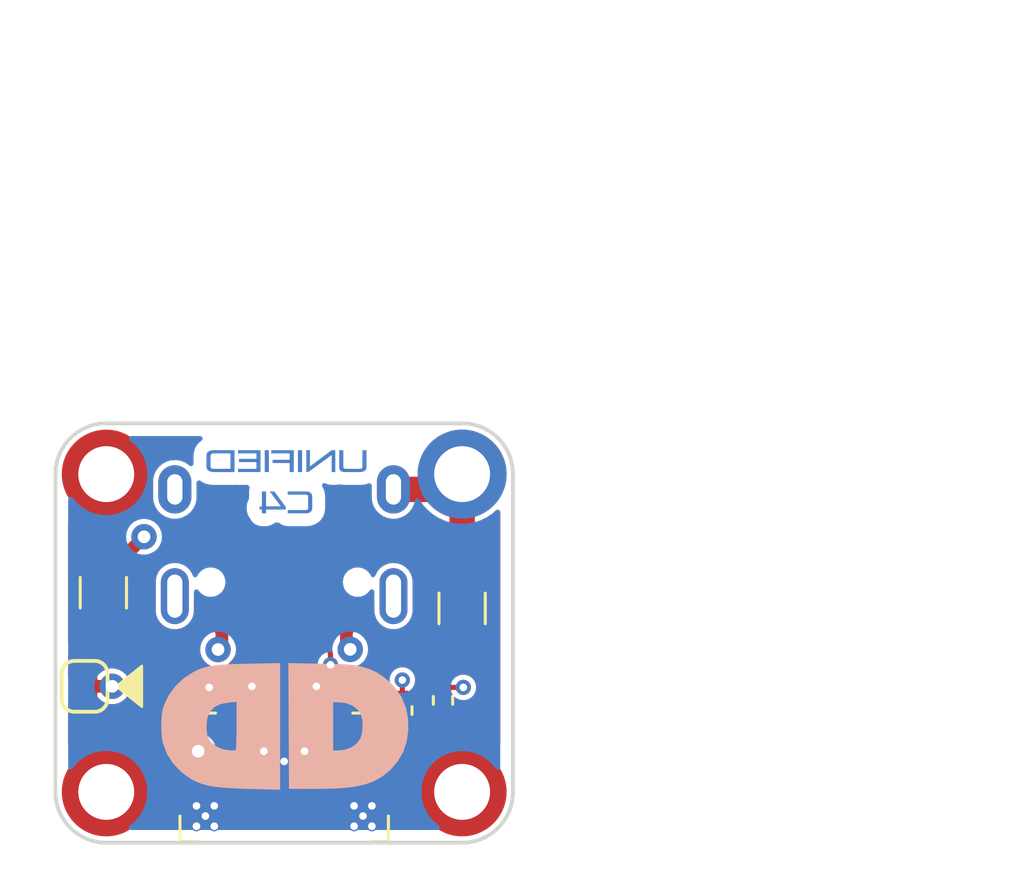
<source format=kicad_pcb>
(kicad_pcb (version 20211014) (generator pcbnew)
  (title_block (title "Unified Daughterboard") (date "2022-10-31") (rev "C4-RC1") (company "Designed by the UDB team"))
  (layers (0 "F.Cu" signal) (1 "In1.Cu" signal) (2 "In2.Cu" signal) (31 "B.Cu" signal) (34 "B.Paste" user) (35 "F.Paste" user) (36 "B.SilkS" user "B.Silkscreen") (37 "F.SilkS" user "F.Silkscreen") (38 "B.Mask" user) (39 "F.Mask" user) (44 "Edge.Cuts" user))
  (net 0 "")
  (net 1 "GND")
  (net 2 "GNDPWR")
  (net 4 "Net-(J1-PadA5)")
  (net 5 "DP")
  (net 6 "Net-(J1-PadB5)")
  (net 8 "DN")
  (net 9 "VBUS")
  (net 10 "VCOM")
  (footprint "Fuse:Fuse_1206_3216Metric" (layer "F.Cu") (at 67.8905 63.207 -90)
    (fp_text reference "F1" hide)
    (fp_text value "ASMD1206-150")
    (fp_line (start -0.602064 -0.91) (end 0.602064 -0.91) (layer "F.SilkS") (width 0.12))
    (fp_line (start -0.602064 0.91) (end 0.602064 0.91) (layer "F.SilkS") (width 0.12))
    (pad "1" smd roundrect locked (at -1.4 0 270) (size 1.25 1.75) (layers "F.Cu" "F.Paste" "F.Mask") (roundrect_rratio 0.2) (net 9 "VBUS"))
    (pad "2" smd roundrect locked (at 1.4 0 270) (size 1.25 1.75) (layers "F.Cu" "F.Paste" "F.Mask") (roundrect_rratio 0.2) (net 10 "VCOM"))
  )
  (footprint "random-keyboard-parts:Generic-Mounthole" (layer "F.Cu") (at 68.0045 71.043)
    (fp_text reference "MH3" hide)
    (fp_text value "Mount-M2" hide)
    (pad "" np_thru_hole circle locked (at 0 0) (size 3.500001 3.500001) (drill 2.2) (layers "F.Cu" "F.Mask") (clearance 0.508))
  )
  (footprint "Resistor_SMD:R_0402_1005Metric" (layer "F.Cu") (at 81.2525 67.443 -90)
    (fp_text reference "R2" hide)
    (fp_text value "5.1k")
    (fp_line (start -0.153641 0.38) (end 0.153641 0.38) (layer "F.SilkS") (width 0.12))
    (fp_line (start -0.153641 -0.38) (end 0.153641 -0.38) (layer "F.SilkS") (width 0.12))
    (pad "1" smd roundrect (at -0.51 0 270) (size 0.54 0.64) (layers "F.Cu" "F.Paste" "F.Mask") (net 6 "Net-(J1-PadB5)"))
    (pad "2" smd roundrect (at 0.51 0 270) (size 0.54 0.64) (layers "F.Cu" "F.Paste" "F.Mask") (net 1 "GND"))
  )
  (footprint "random-keyboard-parts:Generic-Mounthole" (layer "F.Cu") (at 68.0045 58.543)
    (fp_text reference "MH1")
    (fp_text value "Mount-M2" hide)
    (pad "" np_thru_hole circle locked (at 0 0) (size 3.500001 3.500001) (drill 2.2) (layers "F.Cu" "F.Mask") (clearance 0.508))
  )
  (footprint "Resistor_SMD:R_0402_1005Metric" (layer "F.Cu") (at 79.6525 67.843 -90)
    (fp_text reference "R1" hide)
    (fp_text value "5.1k")
    (fp_line (start -0.153641 0.38) (end 0.153641 0.38) (layer "F.SilkS") (width 0.12))
    (fp_line (start -0.153641 -0.38) (end 0.153641 -0.38) (layer "F.SilkS") (width 0.12))
    (pad "1" smd roundrect (at -0.51 0 270) (size 0.54 0.64) (layers "F.Cu" "F.Paste" "F.Mask") (net 4 "Net-(J1-PadA5)"))
    (pad "2" smd roundrect (at 0.51 0 270) (size 0.54 0.64) (layers "F.Cu" "F.Paste" "F.Mask") (net 1 "GND"))
  )
  (footprint "random-keyboard-parts:Generic-Mounthole" (layer "F.Cu") (at 82.0045 58.543)
    (fp_text reference "MH2" hide)
    (fp_text value "Mount-M2" hide)
    (pad "1" thru_hole circle locked (at 0 0) (size 3.500001 3.500001) (drill 2.2) (layers *.Cu *.Mask) (net 2 "GNDPWR"))
  )
  (footprint "acheron_Connectors:MOLEX_781710004_MountingReliefs" (layer "F.Cu") (at 75.0045 68.243)
    (fp_text reference "J2" hide)
    (fp_text value "SM04B-SRSS-TB(LF)(SN)")
    (fp_line (start -3.4 -0.3) (end -2.7 -0.3) (layer "F.SilkS") (width 0.12))
    (fp_line (start 3.4 -0.3) (end 3.4 0.7) (layer "F.SilkS") (width 0.12))
    (fp_line (start -4.1 4.75) (end -4.1 3.75) (layer "F.SilkS") (width 0.12))
    (fp_line (start 4.1 4.75) (end 4.1 3.75) (layer "F.SilkS") (width 0.12))
    (fp_line (start 2.7 -0.3) (end 3.4 -0.3) (layer "F.SilkS") (width 0.12))
    (fp_line (start 3.4 4.75) (end 4.1 4.75) (layer "F.SilkS") (width 0.12))
    (fp_line (start -4.1 4.75) (end -3.4 4.75) (layer "F.SilkS") (width 0.12))
    (fp_line (start -3.4 -0.3) (end -3.4 0.7) (layer "F.SilkS") (width 0.12))
    (fp_poly (pts (xy -2.308 -0.762) (xy -3.07 -1.016) (xy -2.562 -1.524)) (layer "F.SilkS") (width 0.12) (fill solid))
    (pad "1" smd roundrect (at -1.8 0 90) (size 1 0.75) (layers "F.Cu" "F.Paste" "F.Mask") (roundrect_rratio 0.5) (net 10 "VCOM"))
    (pad "2" smd rect (at -0.6 0 90) (size 0.85 0.6) (layers "F.Cu" "F.Paste" "F.Mask") (net 8 "DN"))
    (pad "3" smd rect (at 0.6 0 90) (size 0.85 0.6) (layers "F.Cu" "F.Paste" "F.Mask") (net 5 "DP"))
    (pad "4" smd rect (at 1.8 0 90) (size 0.85 0.6) (layers "F.Cu" "F.Paste" "F.Mask") (net 1 "GND"))
    (pad "MP" thru_hole circle (at 3.45 3.35 90) (size 0.4 0.4) (drill 0.3) (layers *.Cu "F.Mask") (net 1 "GND"))
    (pad "MP" thru_hole circle (at 3.45 4.15 90) (size 0.4 0.4) (drill 0.3) (layers *.Cu "F.Mask") (net 1 "GND"))
    (pad "MP" thru_hole circle (at 3.1 3.75 90) (size 0.4 0.4) (drill 0.3) (layers *.Cu "F.Mask") (net 1 "GND"))
    (pad "MP" thru_hole circle (at 2.75 3.35 90) (size 0.4 0.4) (drill 0.3) (layers *.Cu "F.Mask") (net 1 "GND"))
    (pad "MP" thru_hole circle (at -2.75 3.35 90) (size 0.4 0.4) (drill 0.3) (layers *.Cu "F.Mask") (net 1 "GND"))
    (pad "MP" smd rect (at -3.1 3.75 90) (size 1 1) (layers "F.Cu" "F.Paste" "F.Mask") (net 1 "GND"))
    (pad "MP" smd rect (at 3.1 3.75 90) (size 1 1) (layers "F.Cu" "F.Paste" "F.Mask") (net 1 "GND"))
    (pad "MP" thru_hole circle (at -2.75 4.15 90) (size 0.4 0.4) (drill 0.3) (layers *.Cu "F.Mask") (net 1 "GND"))
    (pad "MP" thru_hole circle (at -3.45 3.35 90) (size 0.4 0.4) (drill 0.3) (layers *.Cu "F.Mask") (net 1 "GND"))
    (pad "MP" thru_hole circle (at 2.75 4.15 90) (size 0.4 0.4) (drill 0.3) (layers *.Cu "F.Mask") (net 1 "GND"))
    (pad "MP" thru_hole circle (at -3.45 4.15 90) (size 0.4 0.4) (drill 0.3) (layers *.Cu "F.Mask") (net 1 "GND"))
    (pad "MP" smd rect (at 3.1 3.75 270) (size 1 1) (layers "B.Cu") (net 1 "GND"))
    (pad "MP" thru_hole circle (at -3.1 3.75 90) (size 0.4 0.4) (drill 0.3) (layers *.Cu "F.Mask") (net 1 "GND"))
    (pad "MP" smd rect (at -3.1 3.75 270) (size 1 1) (layers "B.Cu") (net 1 "GND"))
  )
  (footprint "acheron_Connectors:TYPE-C-31-M-12" (layer "F.Cu") (at 75.0025 64.843 180)
    (fp_text reference "J1" hide)
    (fp_text value "TYPE-C-31-M12_13")
    (pad "" np_thru_hole circle locked (at 2.89 2.051 180) (size 0.65 0.65) (drill 0.65) (layers *.Cu *.Mask))
    (pad "" np_thru_hole circle locked (at -2.89 2.051 180) (size 0.65 0.65) (drill 0.65) (layers *.Cu *.Mask))
    (pad "A1" smd roundrect locked (at -3.25 1.275 180) (size 0.6 1.45) (drill (offset 0 -0.55)) (layers "F.Cu" "F.Paste" "F.Mask") (net 1 "GND"))
    (pad "A4" smd roundrect locked (at -2.45 1.275 180) (size 0.6 1.45) (drill (offset 0 -0.55)) (layers "F.Cu" "F.Paste" "F.Mask") (net 9 "VBUS"))
    (pad "A5" smd roundrect locked (at -1.25 1.275 180) (size 0.3 1.45) (drill (offset 0 -0.55)) (layers "F.Cu" "F.Paste" "F.Mask") (net 4 "Net-(J1-PadA5)"))
    (pad "A6" smd roundrect locked (at -0.254 1.275 180) (size 0.3 1.45) (drill (offset 0 -0.55)) (layers "F.Cu" "F.Paste" "F.Mask") (net 5 "DP"))
    (pad "A7" smd roundrect locked (at 0.25 1.275 180) (size 0.3 1.45) (drill (offset 0 -0.55)) (layers "F.Cu" "F.Paste" "F.Mask") (net 8 "DN"))
    (pad "A8" smd roundrect locked (at 1.25 1.275 180) (size 0.3 1.45) (drill (offset 0 -0.55)) (layers "F.Cu" "F.Paste" "F.Mask"))
    (pad "B1" smd roundrect locked (at 3.25 1.275 180) (size 0.6 1.45) (drill (offset 0 -0.55)) (layers "F.Cu" "F.Paste" "F.Mask") (net 1 "GND"))
    (pad "B4" smd roundrect locked (at 2.45 1.275 180) (size 0.6 1.45) (drill (offset 0 -0.55)) (layers "F.Cu" "F.Paste" "F.Mask") (net 9 "VBUS"))
    (pad "B5" smd roundrect locked (at 1.75 1.275 180) (size 0.3 1.45) (drill (offset 0 -0.55)) (layers "F.Cu" "F.Paste" "F.Mask") (net 6 "Net-(J1-PadB5)"))
    (pad "B6" smd roundrect locked (at 0.75 1.275 180) (size 0.3 1.45) (drill (offset 0 -0.55)) (layers "F.Cu" "F.Paste" "F.Mask") (net 5 "DP"))
    (pad "B7" smd roundrect locked (at -0.75 1.275 180) (size 0.3 1.45) (drill (offset 0 -0.55)) (layers "F.Cu" "F.Paste" "F.Mask") (net 8 "DN"))
    (pad "B8" smd roundrect locked (at -1.75 1.275 180) (size 0.3 1.45) (drill (offset 0 -0.55)) (layers "F.Cu" "F.Paste" "F.Mask"))
    (pad "S" thru_hole oval locked (at -4.3 5.7 180) (size 1.3 1.9) (drill oval 0.6 1.2) (layers *.Cu *.Mask) (net 2 "GNDPWR"))
    (pad "S" thru_hole oval locked (at 4.3 1.5 180) (size 1.1 2.2) (drill oval 0.6 1.7) (layers *.Cu *.Mask) (net 2 "GNDPWR"))
    (pad "S" thru_hole oval locked (at -4.3 1.5 180) (size 1.1 2.2) (drill oval 0.6 1.7) (layers *.Cu *.Mask) (net 2 "GNDPWR"))
    (pad "S" thru_hole oval locked (at 4.3 5.7 180) (size 1.3 1.9) (drill oval 0.6 1.2) (layers *.Cu *.Mask) (net 2 "GNDPWR"))
  )
  (footprint "acheron_Components:USON-10_2.5x1.0mm_P0.5mm" (layer "F.Cu") (at 75.0025 66.0264 90)
    (fp_text reference "U1" hide)
    (fp_text value "TPD4E05U06DQAR")
    (fp_circle (center -0.4 -1.5) (end -0.4 -1.5) (layer "F.SilkS") (width 0.4) (fill none))
    (pad "1" smd roundrect locked (at -0.385 -1) (size 0.25 0.55) (layers "F.Cu" "F.Paste" "F.Mask") (roundrect_rratio 0.5) (net 5 "DP"))
    (pad "2" smd rect locked (at -0.385 -0.5) (size 0.25 0.55) (layers "F.Cu" "F.Paste" "F.Mask") (net 8 "DN"))
    (pad "3" smd rect locked (at -0.385 0) (size 0.3 0.55) (layers "F.Cu" "F.Paste" "F.Mask") (net 1 "GND"))
    (pad "4" smd rect locked (at -0.385 0.5) (size 0.25 0.55) (layers "F.Cu" "F.Paste" "F.Mask") (net 5 "DP"))
    (pad "5" smd rect locked (at -0.385 1) (size 0.25 0.55) (layers "F.Cu" "F.Paste" "F.Mask") (net 8 "DN"))
    (pad "6" smd rect locked (at 0.385 1) (size 0.25 0.55) (layers "F.Cu" "F.Paste" "F.Mask") (net 8 "DN"))
    (pad "7" smd rect locked (at 0.385 0.5) (size 0.25 0.55) (layers "F.Cu" "F.Paste" "F.Mask") (net 5 "DP"))
    (pad "8" smd rect locked (at 0.385 0) (size 0.3 0.55) (layers "F.Cu" "F.Paste" "F.Mask") (net 1 "GND"))
    (pad "9" smd rect locked (at 0.385 -0.5) (size 0.25 0.55) (layers "F.Cu" "F.Paste" "F.Mask") (net 8 "DN"))
    (pad "10" smd rect locked (at 0.385 -1) (size 0.25 0.55) (layers "F.Cu" "F.Paste" "F.Mask") (net 5 "DP"))
  )
  (footprint "random-keyboard-parts:Generic-Mounthole" (layer "F.Cu") (at 82.0045 71.043)
    (fp_text reference "MH4" hide)
    (fp_text value "Mount-M2" hide)
    (pad "" np_thru_hole circle locked (at 0 0) (size 3.500001 3.500001) (drill 2.2) (layers "F.Cu" "F.Mask") (clearance 0.5))
  )
  (footprint "acheron_Components:D_SOD-123" (layer "F.Cu") (at 68.8045 66.89)
    (fp_text reference "D1" hide)
    (fp_text value "SMF6.0A")
    (fp_line (start -0.75 -0.5) (end -0.75 0.5) (layer "F.SilkS") (width 0.15))
    (fp_line (start -1.25 1) (end -2.05 1) (layer "F.SilkS") (width 0.15))
    (fp_line (start -2.55 -0.5) (end -2.55 0.5) (layer "F.SilkS") (width 0.15))
    (fp_line (start -2.05 -1) (end -1.25 -1) (layer "F.SilkS") (width 0.15))
    (fp_arc (start -0.75 0.5) (mid -0.896447 0.853553) (end -1.25 1) (layer "F.SilkS") (width 0.15))
    (fp_arc (start -2.05 1) (mid -2.403553 0.853553) (end -2.55 0.5) (layer "F.SilkS") (width 0.15))
    (fp_arc (start -1.25 -1) (mid -0.896447 -0.853553) (end -0.75 -0.5) (layer "F.SilkS") (width 0.15))
    (fp_arc (start -2.55 -0.5) (mid -2.403553 -0.853553) (end -2.05 -1) (layer "F.SilkS") (width 0.15))
    (fp_poly (pts (xy -0.4 0) (xy 0.6 -0.8) (xy 0.6 0.8)) (layer "F.SilkS") (width 0.1) (fill solid))
    (pad "1" smd roundrect (at -1.65 0) (size 1 1.2) (layers "F.Cu" "F.Paste" "F.Mask") (net 10 "VCOM"))
    (pad "2" smd roundrect (at 1.65 0) (size 1 1.2) (layers "F.Cu" "F.Paste" "F.Mask") (net 1 "GND"))
  )
  (footprint "Inductor_SMD:L_1206_3216Metric" (layer "F.Cu") (at 82.0045 63.826 90)
    (fp_text reference "L1" hide)
    (fp_text value "60R@100MHz")
    (fp_line (start -0.602064 -0.91) (end 0.602064 -0.91) (layer "F.SilkS") (width 0.12))
    (fp_line (start -0.602064 0.91) (end 0.602064 0.91) (layer "F.SilkS") (width 0.12))
    (pad "1" smd roundrect locked (at -1.4 0 90) (size 1.25 1.75) (layers "F.Cu" "F.Paste" "F.Mask") (roundrect_rratio 0.2) (net 1 "GND"))
    (pad "2" smd roundrect locked (at 1.4 0 90) (size 1.25 1.75) (layers "F.Cu" "F.Paste" "F.Mask") (roundrect_rratio 0.2) (net 2 "GNDPWR"))
  )
  (footprint "Unified-Daughterboard-Logo:Unified-Daughterboard-Name.pretty" (layer "B.Cu") (at 75.0045 58.743 180)
    (fp_text reference "G2" hide)
    (fp_text value "Unified-Daughterboard-Name" hide)
    (pad "1" smd custom (at 0.685035 0.668174 180) (size 0.1 0.1) (layers "B.Cu" "B.Mask") (options (clearance outline) (anchor circle)) (primitives (gr_poly (pts (xy 0.079757 -0.385869) (xy -0.082879 -0.385869) (xy -0.082879 0.475) (xy 0.079757 0.475)) (width 0) (fill yes))))
    (pad "1" smd custom (at 0.810035 -1.106826 180) (size 0.1 0.1) (layers "B.Cu" "B.Mask") (options (clearance outline) (anchor circle)) (primitives (gr_poly (pts (xy -0.679888 0.040352) (xy -0.0966 0.040352) (xy -0.0966 0.627308) (xy 0.066035 0.627308) (xy 0.066035 0.040352) (xy 0.156526 0.040352) (xy 0.156526 -0.086822) (xy 0.066035 -0.086822) (xy 0.066035 -0.23356) (xy -0.0966 -0.23356) (xy -0.0966 -0.086822) (xy -0.873095 -0.086822) (xy -0.873095 0.015896) (xy -0.418204 0.627308) (xy -0.242117 0.627308)) (width 0) (fill yes))))
    (pad "1" smd custom (at 2.035035 0.618174 180) (size 0.1 0.1) (layers "B.Cu" "B.Mask") (options (clearance outline) (anchor circle)) (primitives (gr_poly (pts (xy 0.729389 0.524753) (xy 0.750739 0.524011) (xy 0.771135 0.522775) (xy 0.790594 0.521043) (xy 0.809133 0.518816) (xy 0.82677 0.516093) (xy 0.843521 0.512875) (xy 0.859404 0.509161) (xy 0.874436 0.50495) (xy 0.888635 0.500244) (xy 0.902017 0.49504) (xy 0.914601 0.48934) (xy 0.926402 0.483143) (xy 0.937439 0.476448) (xy 0.947728 0.469256) (xy 0.957287 0.461566) (xy 0.966133 0.453378) (xy 0.974284 0.444692) (xy 0.981756 0.435508) (xy 0.988567 0.425824) (xy 0.994734 0.415642) (xy 1.000274 0.404961) (xy 1.005205 0.393781) (xy 1.009544 0.382101) (xy 1.013307 0.369921) (xy 1.016513 0.357242) (xy 1.019179 0.344062) (xy 1.021321 0.330382) (xy 1.022957 0.316201) (xy 1.024104 0.301519) (xy 1.025001 0.270652) (xy 1.025001 -0.090081) (xy 1.024104 -0.119442) (xy 1.021321 -0.146986) (xy 1.016513 -0.172702) (xy 1.013307 -0.184872) (xy 1.009544 -0.196582) (xy 1.005205 -0.207829) (xy 1.000274 -0.218612) (xy 0.994734 -0.228931) (xy 0.988567 -0.238783) (xy 0.981756 -0.248168) (xy 0.974284 -0.257084) (xy 0.966133 -0.26553) (xy 0.957287 -0.273505) (xy 0.947728 -0.281006) (xy 0.937439 -0.288034) (xy 0.926402 -0.294585) (xy 0.914601 -0.30066) (xy 0.902017 -0.306257) (xy 0.888635 -0.311374) (xy 0.874436 -0.31601) (xy 0.859404 -0.320163) (xy 0.843521 -0.323833) (xy 0.82677 -0.327018) (xy 0.790594 -0.331928) (xy 0.750739 -0.334882) (xy 0.707067 -0.335869) (xy -0.081656 -0.335869) (xy -0.081656 -0.208697) (xy 0.08098 -0.208697) (xy 0.707067 -0.208697) (xy 0.728761 -0.208358) (xy 0.748497 -0.207309) (xy 0.757655 -0.206501) (xy 0.766353 -0.205496) (xy 0.774599 -0.204288) (xy 0.782404 -0.202869) (xy 0.789778 -0.201233) (xy 0.796729 -0.199374) (xy 0.803268 -0.197286) (xy 0.809404 -0.194961) (xy 0.815147 -0.192393) (xy 0.820507 -0.189577) (xy 0.825492 -0.186504) (xy 0.830113 -0.18317) (xy 0.83438 -0.179566) (xy 0.838302 -0.175688) (xy 0.841888 -0.171528) (xy 0.845148 -0.167079) (xy 0.848092 -0.162336) (xy 0.85073 -0.157292) (xy 0.85307 -0.15194) (xy 0.855124 -0.146274) (xy 0.8569 -0.140288) (xy 0.858408 -0.133974) (xy 0.859657 -0.127327) (xy 0.860658 -0.120339) (xy 0.861419 -0.113005) (xy 0.861951 -0.105318) (xy 0.862365 -0.088859) (xy 0.862365 0.270652) (xy 0.861951 0.288402) (xy 0.860658 0.304554) (xy 0.858408 0.319168) (xy 0.8569 0.325918) (xy 0.855124 0.332308) (xy 0.85307 0.338345) (xy 0.85073 0.344037) (xy 0.848092 0.349392) (xy 0.845148 0.354417) (xy 0.841888 0.359121) (xy 0.838302 0.363511) (xy 0.83438 0.367595) (xy 0.830113 0.371381) (xy 0.825492 0.374877) (xy 0.820507 0.378091) (xy 0.815147 0.38103) (xy 0.809404 0.383703) (xy 0.803268 0.386116) (xy 0.796729 0.388279) (xy 0.789778 0.390199) (xy 0.782404 0.391883) (xy 0.766353 0.394577) (xy 0.748497 0.396423) (xy 0.728761 0.397485) (xy 0.707067 0.397825) (xy 0.08098 0.397825) (xy 0.08098 -0.208697) (xy -0.081656 -0.208697) (xy -0.081656 0.525) (xy 0.707067 0.525)) (width 0) (fill yes))))
    (pad "1" smd custom (at -0.289965 0.718174 180) (size 0.1 0.1) (layers "B.Cu" "B.Mask") (options (clearance outline) (anchor circle)) (primitives (gr_poly (pts (xy 0.797965 0.297826) (xy 0.075274 0.297826) (xy 0.075274 0.045924) (xy 0.749051 0.045924) (xy 0.749051 -0.08125) (xy 0.075274 -0.08125) (xy 0.075274 -0.435869) (xy -0.087361 -0.435869) (xy -0.087361 0.425) (xy 0.797965 0.425)) (width 0) (fill yes))))
    (pad "1" smd custom (at -0.639965 0.843174 180) (size 0.1 0.1) (layers "B.Cu" "B.Mask") (options (clearance outline) (anchor circle)) (primitives (gr_poly (pts (xy 0.097558 -0.560869) (xy -0.065078 -0.560869) (xy -0.065078 0.3) (xy 0.097558 0.3)) (width 0) (fill yes))))
    (pad "1" smd custom (at -1.939965 0.843174 180) (size 0.1 0.1) (layers "B.Cu" "B.Mask") (options (clearance outline) (anchor circle)) (primitives (gr_poly (pts (xy 0.927991 -0.339538) (xy 0.927991 0.3) (xy 1.069839 0.3) (xy 1.069839 -0.560869) (xy 0.990356 -0.560869) (xy 0.072015 0.10924) (xy 0.072015 -0.560869) (xy -0.069834 -0.560869) (xy -0.069834 0.3) (xy 0.070791 0.3)) (width 0) (fill yes))))
    (pad "1" smd custom (at -2.239965 0.843174 180) (size 0.1 0.1) (layers "B.Cu" "B.Mask") (options (clearance outline) (anchor circle)) (primitives (gr_poly (pts (xy -0.837364 -0.354212) (xy -0.836961 -0.363568) (xy -0.836457 -0.36804) (xy -0.835749 -0.372372) (xy -0.834837 -0.376566) (xy -0.83372 -0.380618) (xy -0.832397 -0.384529) (xy -0.830868 -0.388298) (xy -0.82913 -0.391923) (xy -0.827184 -0.395404) (xy -0.825028 -0.39874) (xy -0.822661 -0.40193) (xy -0.820084 -0.404974) (xy -0.817293 -0.407869) (xy -0.81429 -0.410616) (xy -0.811073 -0.413213) (xy -0.807641 -0.41566) (xy -0.803993 -0.417955) (xy -0.800128 -0.420098) (xy -0.796046 -0.422088) (xy -0.791745 -0.423924) (xy -0.787224 -0.425605) (xy -0.777522 -0.428498) (xy -0.766931 -0.430761) (xy -0.755444 -0.432387) (xy -0.743054 -0.433367) (xy -0.729755 -0.433696) (xy -0.195381 -0.433696) (xy -0.188617 -0.433613) (xy -0.182081 -0.433367) (xy -0.175773 -0.432958) (xy -0.169691 -0.432387) (xy -0.163835 -0.431654) (xy -0.158204 -0.430761) (xy -0.152797 -0.429709) (xy -0.147613 -0.428498) (xy -0.142651 -0.42713) (xy -0.13791 -0.425605) (xy -0.13339 -0.423924) (xy -0.129089 -0.422088) (xy -0.125006 -0.420098) (xy -0.121141 -0.417955) (xy -0.117493 -0.41566) (xy -0.114061 -0.413213) (xy -0.110844 -0.410616) (xy -0.10784 -0.407869) (xy -0.10505 -0.404974) (xy -0.102473 -0.40193) (xy -0.100106 -0.39874) (xy -0.09795 -0.395404) (xy -0.096004 -0.391923) (xy -0.094266 -0.388298) (xy -0.092736 -0.384529) (xy -0.091413 -0.380618) (xy -0.090296 -0.376566) (xy -0.089385 -0.372372) (xy -0.088677 -0.36804) (xy -0.088172 -0.363568) (xy -0.087871 -0.358958) (xy -0.08777 -0.354212) (xy -0.08777 0.3) (xy 0.074866 0.3) (xy 0.074866 -0.352989) (xy 0.074365 -0.375677) (xy 0.07275 -0.397381) (xy 0.069852 -0.418035) (xy 0.065504 -0.437574) (xy 0.062733 -0.446904) (xy 0.059536 -0.45593) (xy 0.055892 -0.464644) (xy 0.05178 -0.473038) (xy 0.04718 -0.481103) (xy 0.042069 -0.488831) (xy 0.036427 -0.496214) (xy 0.030233 -0.503243) (xy 0.023466 -0.509911) (xy 0.016104 -0.516208) (xy 0.008127 -0.522127) (xy -0.000486 -0.527659) (xy -0.009756 -0.532796) (xy -0.019705 -0.53753) (xy -0.030354 -0.541853) (xy -0.041723 -0.545756) (xy -0.053833 -0.54923) (xy -0.066707 -0.552268) (xy -0.080363 -0.554862) (xy -0.094825 -0.557002) (xy -0.110113 -0.558682) (xy -0.126247 -0.559891) (xy -0.143249 -0.560623) (xy -0.16114 -0.560869) (xy -0.729755 -0.560868) (xy -0.747744 -0.560622) (xy -0.765032 -0.55989) (xy -0.781628 -0.558681) (xy -0.797541 -0.557001) (xy -0.812777 -0.554861) (xy -0.827348 -0.552267) (xy -0.841259 -0.549229) (xy -0.854521 -0.545755) (xy -0.867142 -0.541852) (xy -0.87913 -0.53753) (xy -0.890494 -0.532796) (xy -0.901242 -0.527658) (xy -0.911383 -0.522126) (xy -0.920925 -0.516207) (xy -0.929877 -0.50991) (xy -0.938247 -0.503243) (xy -0.946044 -0.496213) (xy -0.953276 -0.488831) (xy -0.959952 -0.481103) (xy -0.96608 -0.473038) (xy -0.97167 -0.464644) (xy -0.976728 -0.45593) (xy -0.981265 -0.446903) (xy -0.985287 -0.437573) (xy -0.988805 -0.427948) (xy -0.991826 -0.418035) (xy -0.994359 -0.407843) (xy -0.996412 -0.39738) (xy -0.997994 -0.386655) (xy -0.999114 -0.375676) (xy -0.99978 -0.364451) (xy -1 -0.352988) (xy -1 0.3) (xy -0.837364 0.3)) (width 0) (fill yes))))
    (pad "1" smd custom (at -1.039965 -1.031826 180) (size 0.1 0.1) (layers "B.Cu" "B.Mask") (options (clearance outline) (anchor circle)) (primitives (gr_poly (pts (xy 0.899865 0.425134) (xy 0.206525 0.425134) (xy 0.199761 0.425052) (xy 0.193225 0.424805) (xy 0.186917 0.424396) (xy 0.180835 0.423825) (xy 0.174979 0.423093) (xy 0.169348 0.4222) (xy 0.163941 0.421148) (xy 0.158757 0.419937) (xy 0.153795 0.418568) (xy 0.149054 0.417043) (xy 0.144534 0.415362) (xy 0.140233 0.413526) (xy 0.13615 0.411536) (xy 0.132285 0.409393) (xy 0.128637 0.407098) (xy 0.125205 0.404651) (xy 0.121988 0.402054) (xy 0.118985 0.399307) (xy 0.116195 0.396412) (xy 0.113617 0.393369) (xy 0.11125 0.390179) (xy 0.109094 0.386843) (xy 0.107148 0.383362) (xy 0.10541 0.379736) (xy 0.103881 0.375968) (xy 0.102558 0.372057) (xy 0.101441 0.368004) (xy 0.100529 0.363811) (xy 0.099821 0.359479) (xy 0.099317 0.355007) (xy 0.099015 0.350397) (xy 0.098914 0.345651) (xy 0.098914 -0.101905) (xy 0.099317 -0.111261) (xy 0.099821 -0.115732) (xy 0.100529 -0.120065) (xy 0.101441 -0.124258) (xy 0.102558 -0.128311) (xy 0.103881 -0.132222) (xy 0.10541 -0.13599) (xy 0.107148 -0.139616) (xy 0.109094 -0.143097) (xy 0.11125 -0.146433) (xy 0.113617 -0.149623) (xy 0.116195 -0.152666) (xy 0.118985 -0.155561) (xy 0.121988 -0.158308) (xy 0.125205 -0.160905) (xy 0.128637 -0.163352) (xy 0.132285 -0.165647) (xy 0.13615 -0.16779) (xy 0.140233 -0.16978) (xy 0.144534 -0.171616) (xy 0.149054 -0.173297) (xy 0.158757 -0.176191) (xy 0.169348 -0.178454) (xy 0.180835 -0.180079) (xy 0.193225 -0.181059) (xy 0.206525 -0.181388) (xy 0.899865 -0.181388) (xy 0.899865 -0.30856) (xy 0.206525 -0.308562) (xy 0.188536 -0.308316) (xy 0.171247 -0.307584) (xy 0.154651 -0.306375) (xy 0.138739 -0.304695) (xy 0.123502 -0.302555) (xy 0.108931 -0.299961) (xy 0.09502 -0.296923) (xy 0.081757 -0.293449) (xy 0.069137 -0.289546) (xy 0.057148 -0.285224) (xy 0.045785 -0.28049) (xy 0.035036 -0.275352) (xy 0.024896 -0.26982) (xy 0.015354 -0.263901) (xy 0.006402 -0.257604) (xy -0.001969 -0.250936) (xy -0.009766 -0.243907) (xy -0.016998 -0.236524) (xy -0.023674 -0.228796) (xy -0.029802 -0.220731) (xy -0.035392 -0.212337) (xy -0.04045 -0.203623) (xy -0.044987 -0.194597) (xy -0.049009 -0.185267) (xy -0.052527 -0.175641) (xy -0.055548 -0.165728) (xy -0.058081 -0.155536) (xy -0.060134 -0.145074) (xy -0.061717 -0.134349) (xy -0.062836 -0.12337) (xy -0.063502 -0.112145) (xy -0.063722 -0.100682) (xy -0.063722 0.344426) (xy -0.062836 0.367114) (xy -0.060134 0.388818) (xy -0.055548 0.409473) (xy -0.052527 0.419385) (xy -0.049009 0.429011) (xy -0.044987 0.438341) (xy -0.04045 0.447367) (xy -0.035392 0.456082) (xy -0.029802 0.464475) (xy -0.023674 0.47254) (xy -0.016998 0.480268) (xy -0.009766 0.487651) (xy -0.001969 0.494681) (xy 0.006402 0.501348) (xy 0.015354 0.507645) (xy 0.024896 0.513564) (xy 0.035036 0.519097) (xy 0.045785 0.524234) (xy 0.057148 0.528968) (xy 0.069137 0.53329) (xy 0.081757 0.537193) (xy 0.09502 0.540667) (xy 0.108931 0.543706) (xy 0.123502 0.546299) (xy 0.138739 0.54844) (xy 0.171247 0.551329) (xy 0.206525 0.552306) (xy 0.899865 0.552306)) (width 0) (fill yes))))
    (pad "1" smd custom (at 1.010035 0.618174 180) (size 0.1 0.1) (layers "B.Cu" "B.Mask") (options (clearance outline) (anchor circle)) (primitives (gr_poly (pts (xy 0.805166 0.397827) (xy 0.082476 0.397827) (xy 0.082476 0.182609) (xy 0.76848 0.182609) (xy 0.76848 0.055435) (xy 0.082476 0.055435) (xy 0.082476 -0.208696) (xy 0.805166 -0.208696) (xy 0.805166 -0.335869) (xy -0.08016 -0.335868) (xy -0.08016 0.525001) (xy 0.805166 0.525001)) (width 0) (fill yes))))
  )
  (footprint "LOGO" (layer "B.Cu") (at 74.9845 68.443 180)
    (fp_text reference "G***" hide)
    (fp_text value "LOGO" hide)
    (fp_poly (pts (xy 1.378923 2.443447) (xy 1.827388 2.433002) (xy 2.196296 2.41927) (xy 2.498782 2.400215) (xy 2.747983 2.373801) (xy 2.957034 2.337993) (xy 3.139069 2.290754) (xy 3.307226 2.230048) (xy 3.474638 2.153841) (xy 3.5736 2.103299) (xy 3.94395 1.861649) (xy 4.26364 1.558222) (xy 4.521002 1.20766) (xy 4.704369 0.824605) (xy 4.770407 0.601266) (xy 4.800639 0.397677) (xy 4.815344 0.140179) (xy 4.814866 -0.137515) (xy 4.799553 -0.401689) (xy 4.769749 -0.618628) (xy 4.757339 -0.672081) (xy 4.596773 -1.097281) (xy 4.355217 -1.478466) (xy 4.034717 -1.812829) (xy 3.786907 -2.002453) (xy 3.603617 -2.117501) (xy 3.416924 -2.212209) (xy 3.21512 -2.288816) (xy 2.986495 -2.349562) (xy 2.719342 -2.396685) (xy 2.401951 -2.432425) (xy 2.022614 -2.459021) (xy 1.569622 -2.478712) (xy 1.245693 -2.488461) (xy 0.139051 -2.517722) (xy 0.139051 0.939699) (xy 1.854015 0.939699) (xy 1.854015 0.014071) (xy 1.855495 -0.269931) (xy 1.859625 -0.521787) (xy 1.865935 -0.726987) (xy 1.873956 -0.87102) (xy 1.88322 -0.939376) (xy 1.884915 -0.942458) (xy 1.966502 -0.969607) (xy 2.111139 -0.968534) (xy 2.294144 -0.940967) (xy 2.443794 -0.903332) (xy 2.662719 -0.800776) (xy 2.847495 -0.643799) (xy 2.973468 -0.455507) (xy 3.000516 -0.381541) (xy 3.019944 -0.265021) (xy 3.032445 -0.099081) (xy 3.035097 0.023175) (xy 2.998887 0.322223) (xy 2.892258 0.561001) (xy 2.715184 0.739534) (xy 2.467639 0.857849) (xy 2.151336 0.915833) (xy 1.854015 0.939699) (xy 0.139051 0.939699) (xy 0.139051 2.467307)) (layer "B.SilkS") (width 0) (fill solid))
    (fp_poly (pts (xy -0.19658 -0.005874) (xy -0.208577 -2.479745) (xy -0.973358 -2.48516) (xy -1.285148 -2.484615) (xy -1.616136 -2.4794) (xy -1.932785 -2.470328) (xy -2.201563 -2.458212) (xy -2.275302 -2.453598) (xy -2.762905 -2.401882) (xy -3.177259 -2.315904) (xy -3.533255 -2.190129) (xy -3.84578 -2.019022) (xy -4.129725 -1.79705) (xy -4.187931 -1.742673) (xy -4.487807 -1.400625) (xy -4.703796 -1.027576) (xy -4.840605 -0.613336) (xy -4.899555 -0.202197) (xy -4.897624 0.000271) (xy -3.103572 0.000271) (xy -3.083561 -0.244932) (xy -3.031288 -0.456657) (xy -3.01564 -0.494653) (xy -2.875856 -0.694638) (xy -2.667694 -0.846279) (xy -2.406396 -0.941244) (xy -2.143704 -0.971324) (xy -1.946715 -0.973358) (xy -1.946715 0.927007) (xy -2.143704 0.926749) (xy -2.445193 0.891875) (xy -2.704387 0.793035) (xy -2.907797 0.637651) (xy -3.041938 0.433142) (xy -3.042251 0.432393) (xy -3.090182 0.239272) (xy -3.103572 0.000271) (xy -4.897624 0.000271) (xy -4.89493 0.282652) (xy -4.808684 0.724683) (xy -4.63967 1.127096) (xy -4.386737 1.493092) (xy -4.230812 1.6611) (xy -3.944563 1.915117) (xy -3.658772 2.10248) (xy -3.339522 2.242628) (xy -3.074166 2.324071) (xy -2.951168 2.354258) (xy -2.82387 2.378255) (xy -2.678618 2.397076) (xy -2.501758 2.411733) (xy -2.279634 2.423238) (xy -1.998593 2.432604) (xy -1.64498 2.440843) (xy -1.44804 2.444648) (xy -0.184583 2.467996)) (layer "B.SilkS") (width 0) (fill solid))
  )
  (gr_arc (start 82.0045 56.543) (mid 83.418714 57.128786) (end 84.0045 58.543) (layer "Edge.Cuts") (width 0.15))
  (gr_line (start 66.0045 71.043) (end 66.0045 58.543) (layer "Edge.Cuts") (width 0.15))
  (gr_line (start 82.0045 73.043) (end 68.0045 73.043) (layer "Edge.Cuts") (width 0.15))
  (gr_arc (start 84.0045 71.043) (mid 83.418714 72.457214) (end 82.0045 73.043) (layer "Edge.Cuts") (width 0.15))
  (gr_line (start 68.0045 56.543) (end 82.0045 56.543) (layer "Edge.Cuts") (width 0.15))
  (gr_arc (start 68.0045 73.043) (mid 66.590286 72.457214) (end 66.0045 71.043) (layer "Edge.Cuts") (width 0.15))
  (gr_line (start 84.0045 58.543) (end 84.0045 71.043) (layer "Edge.Cuts") (width 0.15))
  (gr_arc (start 66.0045 58.543) (mid 66.590286 57.128786) (end 68.0045 56.543) (layer "Edge.Cuts") (width 0.15))
  (via (at 75.0045 69.843) (size 0.6) (drill 0.3) (layers "F.Cu" "B.Cu") (net 1))
  (segment (start 82.0045 58.543) (end 82.0045 62.426) (width 1) (layer "F.Cu") (net 2))
  (segment (start 79.3245 59.143) (end 79.3245 59.283) (width 1) (layer "F.Cu") (net 2))
  (segment (start 81.4045 59.143) (end 79.3025 59.143) (width 1) (layer "F.Cu") (net 2))
  (segment (start 82.0045 58.543) (end 81.4045 59.143) (width 1) (layer "F.Cu") (net 2))
  (segment (start 76.2525 64.683893) (end 76.2525 63.568) (width 0.2) (layer "F.Cu") (net 4))
  (segment (start 76.825978 66.043018) (end 76.825978 65.671585) (width 0.2) (layer "F.Cu") (net 4))
  (segment (start 76.679531 65.318031) (end 76.398946 65.037446) (width 0.2) (layer "F.Cu") (net 4))
  (segment (start 79.6525 67.333) (end 79.6525 66.643) (width 0.2) (layer "F.Cu") (net 4))
  (via (at 79.6525 66.643) (size 0.6) (drill 0.3) (layers "F.Cu" "B.Cu") (net 4))
  (via (at 76.825978 66.043018) (size 0.6) (drill 0.3) (layers "F.Cu" "B.Cu") (net 4))
  (arc (start 76.679531 65.318031) (mid 76.787918 65.480243) (end 76.825978 65.671585) (width 0.2) (layer "F.Cu") (net 4))
  (arc (start 76.398946 65.037446) (mid 76.29056 64.875234) (end 76.2525 64.683893) (width 0.2) (layer "F.Cu") (net 4))
  (segment (start 75.8045 68.443) (end 75.6045 68.243) (width 0.25) (layer "F.Cu") (net 5))
  (segment (start 74.0025 66.62) (end 73.7325 66.89) (width 0.25) (layer "F.Cu") (net 5))
  (segment (start 75.2565 63.568) (end 75.2565 64.959) (width 0.25) (layer "F.Cu") (net 5))
  (segment (start 75.6045 68.243) (end 75.6045 66.5134) (width 0.25) (layer "F.Cu") (net 5))
  (segment (start 74.2525 63.568) (end 74.2525 65.068841) (width 0.25) (layer "F.Cu") (net 5))
  (segment (start 74.0025 65.318841) (end 74.0025 66.62) (width 0.25) (layer "F.Cu") (net 5))
  (segment (start 75.2565 64.959) (end 75.5025 65.205) (width 0.25) (layer "F.Cu") (net 5))
  (segment (start 75.8045 69.443) (end 75.8045 68.443) (width 0.25) (layer "F.Cu") (net 5))
  (segment (start 75.5025 65.6414) (end 75.5025 66.4114) (width 0.25) (layer "F.Cu") (net 5))
  (segment (start 75.5025 65.205) (end 75.5025 65.6414) (width 0.25) (layer "F.Cu") (net 5))
  (segment (start 74.2525 65.068841) (end 74.0025 65.318841) (width 0.25) (layer "F.Cu") (net 5))
  (segment (start 75.6045 66.5134) (end 75.5025 66.4114) (width 0.25) (layer "F.Cu") (net 5))
  (via (at 73.7325 66.89) (size 0.6) (drill 0.3) (layers "F.Cu" "B.Cu") (net 5))
  (via (at 75.8045 69.443) (size 0.6) (drill 0.3) (layers "F.Cu" "B.Cu") (net 5))
  (segment (start 81.2525 66.933) (end 82.0525 66.933) (width 0.2) (layer "F.Cu") (net 6))
  (segment (start 72.0525 66.904) (end 72.0525 66.933) (width 0.2) (layer "F.Cu") (net 6))
  (segment (start 72.959607 65.996893) (end 72.0525 66.904) (width 0.2) (layer "F.Cu") (net 6))
  (segment (start 73.2525 63.568) (end 73.2525 65.289786) (width 0.2) (layer "F.Cu") (net 6))
  (via (at 72.0525 66.933) (size 0.6) (drill 0.3) (layers "F.Cu" "B.Cu") (net 6))
  (via (at 82.0525 66.933) (size 0.6) (drill 0.3) (layers "F.Cu" "B.Cu") (net 6))
  (arc (start 72.959607 65.996893) (mid 73.17638 65.67247) (end 73.2525 65.289786) (width 0.2) (layer "F.Cu") (net 6))
  (segment (start 74.4045 66.5094) (end 74.5025 66.4114) (width 0.25) (layer "F.Cu") (net 8))
  (segment (start 74.5025 65.6414) (end 74.5025 66.4114) (width 0.25) (layer "F.Cu") (net 8))
  (segment (start 74.7525 64.971) (end 74.5025 65.221) (width 0.25) (layer "F.Cu") (net 8))
  (segment (start 76.0025 66.62) (end 76.2725 66.89) (width 0.25) (layer "F.Cu") (net 8))
  (segment (start 75.7525 63.568) (end 75.7525 64.905) (width 0.25) (layer "F.Cu") (net 8))
  (segment (start 75.7525 65.068841) (end 75.7525 63.568) (width 0.25) (layer "F.Cu") (net 8))
  (segment (start 74.4045 68.243) (end 74.4045 66.5094) (width 0.25) (layer "F.Cu") (net 8))
  (segment (start 76.0025 65.318841) (end 75.7525 65.068841) (width 0.25) (layer "F.Cu") (net 8))
  (segment (start 76.0025 65.6414) (end 76.0025 66.4114) (width 0.25) (layer "F.Cu") (net 8))
  (segment (start 74.5025 65.221) (end 74.5025 65.6414) (width 0.25) (layer "F.Cu") (net 8))
  (segment (start 74.7525 63.568) (end 74.7525 64.971) (width 0.25) (layer "F.Cu") (net 8))
  (segment (start 74.2045 69.443) (end 74.2045 68.443) (width 0.25) (layer "F.Cu") (net 8))
  (segment (start 76.0025 66.62) (end 76.0025 65.318841) (width 0.25) (layer "F.Cu") (net 8))
  (segment (start 74.2045 68.443) (end 74.4045 68.243) (width 0.25) (layer "F.Cu") (net 8))
  (via (at 74.2045 69.443) (size 0.6) (drill 0.3) (layers "F.Cu" "B.Cu") (net 8))
  (via (at 76.2725 66.89) (size 0.6) (drill 0.3) (layers "F.Cu" "B.Cu") (net 8))
  (segment (start 72.5525 63.568) (end 72.5525 65.293) (width 0.5) (layer "F.Cu") (net 9))
  (segment (start 77.4525 63.568) (end 77.4525 65.2873) (width 0.5) (layer "F.Cu") (net 9))
  (segment (start 67.8905 61.807) (end 68.6905 61.807) (width 0.5) (layer "F.Cu") (net 9))
  (segment (start 72.5525 65.293) (end 72.4025 65.443) (width 0.5) (layer "F.Cu") (net 9))
  (segment (start 68.6905 61.807) (end 69.4905 61.007) (width 0.5) (layer "F.Cu") (net 9))
  (segment (start 77.4525 65.2873) (end 77.6025 65.4373) (width 0.5) (layer "F.Cu") (net 9))
  (via (at 77.6025 65.4373) (size 1) (drill 0.5) (layers "F.Cu" "B.Cu") (net 9))
  (via (at 72.4025 65.443) (size 1) (drill 0.5) (layers "F.Cu" "B.Cu") (net 9))
  (via (at 69.4905 61.007) (size 1) (drill 0.5) (layers "F.Cu" "B.Cu") (net 9))
  (segment (start 66.7545 65.743) (end 66.7545 66.49) (width 0.5) (layer "F.Cu") (net 10))
  (segment (start 71.621927 69.443) (end 72.2045 69.443) (width 0.5) (layer "F.Cu") (net 10))
  (segment (start 73.2045 68.443) (end 73.2045 68.243) (width 0.5) (layer "F.Cu") (net 10))
  (segment (start 67.8905 64.607) (end 66.7545 65.743) (width 0.5) (layer "F.Cu") (net 10))
  (segment (start 66.7545 66.49) (end 67.1545 66.89) (width 0.5) (layer "F.Cu") (net 10))
  (segment (start 67.1545 66.89) (end 68.2405 66.89) (width 0.5) (layer "F.Cu") (net 10))
  (via (at 71.621927 69.443) (size 1) (drill 0.5) (layers "F.Cu" "B.Cu") (net 10))
  (via (at 68.2405 66.89) (size 1) (drill 0.5) (layers "F.Cu" "B.Cu") (net 10))
  (arc (start 72.2045 69.443) (mid 72.911607 69.150107) (end 73.2045 68.443) (width 0.5) (layer "F.Cu") (net 10))
  (zone (net 0) (net_name "") (layers "F.Cu" "F.Fab") (connect_pads yes (clearance 0)) (min_thickness 0.2)
    (keepout (tracks allowed) (vias allowed) (pads allowed) (copperpour not_allowed) (footprints allowed))
    (fill (thermal_gap 0.508) (thermal_bridge_width 0.508))
    (polygon (pts (xy 80.0025 63.443) (xy 70.0025 63.443) (xy 70.0025 58.043) (xy 80.0025 58.043)))
  )
  (zone (net 1) (net_name "GND") (layers "F.Cu" "In1.Cu" "In2.Cu" "B.Cu") (connect_pads yes (clearance 0.2)) (min_thickness 0.2) (fill yes (thermal_gap 0.508) (thermal_bridge_width 0.508))
    (polygon (pts (xy 85.4145 74.398) (xy 63.8245 74.398) (xy 63.8245 55.348) (xy 85.4145 55.348)))
  )
)
</source>
